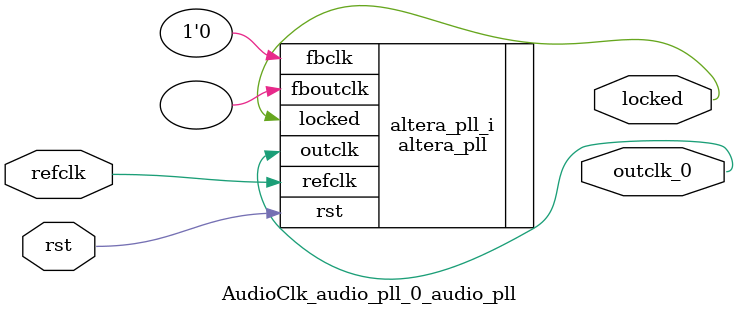
<source format=v>
`timescale 1ns/10ps
module  AudioClk_audio_pll_0_audio_pll(

	// interface 'refclk'
	input wire refclk,

	// interface 'reset'
	input wire rst,

	// interface 'outclk0'
	output wire outclk_0,

	// interface 'locked'
	output wire locked
);

	altera_pll #(
		.fractional_vco_multiplier("false"),
		.reference_clock_frequency("50.0 MHz"),
		.operation_mode("direct"),
		.number_of_clocks(1),
		.output_clock_frequency0("18.432203 MHz"),
		.phase_shift0("0 ps"),
		.duty_cycle0(50),
		.output_clock_frequency1("0 MHz"),
		.phase_shift1("0 ps"),
		.duty_cycle1(50),
		.output_clock_frequency2("0 MHz"),
		.phase_shift2("0 ps"),
		.duty_cycle2(50),
		.output_clock_frequency3("0 MHz"),
		.phase_shift3("0 ps"),
		.duty_cycle3(50),
		.output_clock_frequency4("0 MHz"),
		.phase_shift4("0 ps"),
		.duty_cycle4(50),
		.output_clock_frequency5("0 MHz"),
		.phase_shift5("0 ps"),
		.duty_cycle5(50),
		.output_clock_frequency6("0 MHz"),
		.phase_shift6("0 ps"),
		.duty_cycle6(50),
		.output_clock_frequency7("0 MHz"),
		.phase_shift7("0 ps"),
		.duty_cycle7(50),
		.output_clock_frequency8("0 MHz"),
		.phase_shift8("0 ps"),
		.duty_cycle8(50),
		.output_clock_frequency9("0 MHz"),
		.phase_shift9("0 ps"),
		.duty_cycle9(50),
		.output_clock_frequency10("0 MHz"),
		.phase_shift10("0 ps"),
		.duty_cycle10(50),
		.output_clock_frequency11("0 MHz"),
		.phase_shift11("0 ps"),
		.duty_cycle11(50),
		.output_clock_frequency12("0 MHz"),
		.phase_shift12("0 ps"),
		.duty_cycle12(50),
		.output_clock_frequency13("0 MHz"),
		.phase_shift13("0 ps"),
		.duty_cycle13(50),
		.output_clock_frequency14("0 MHz"),
		.phase_shift14("0 ps"),
		.duty_cycle14(50),
		.output_clock_frequency15("0 MHz"),
		.phase_shift15("0 ps"),
		.duty_cycle15(50),
		.output_clock_frequency16("0 MHz"),
		.phase_shift16("0 ps"),
		.duty_cycle16(50),
		.output_clock_frequency17("0 MHz"),
		.phase_shift17("0 ps"),
		.duty_cycle17(50),
		.pll_type("General"),
		.pll_subtype("General")
	) altera_pll_i (
		.rst	(rst),
		.outclk	({outclk_0}),
		.locked	(locked),
		.fboutclk	( ),
		.fbclk	(1'b0),
		.refclk	(refclk)
	);
endmodule


</source>
